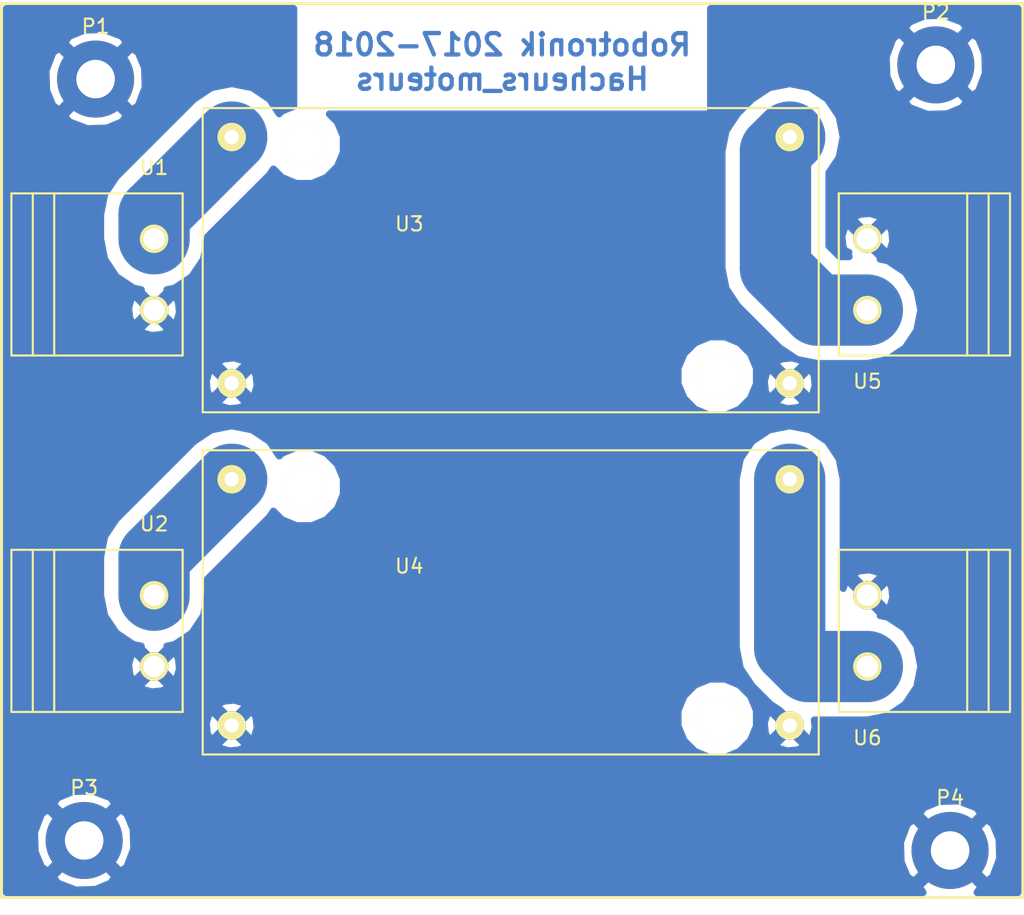
<source format=kicad_pcb>
(kicad_pcb (version 4) (host pcbnew 4.0.2+dfsg1-stable)

  (general
    (links 15)
    (no_connects 0)
    (area 116.199999 93.175 188.208334 158.375)
    (thickness 1.6)
    (drawings 5)
    (tracks 11)
    (zones 0)
    (modules 10)
    (nets 6)
  )

  (page A4)
  (layers
    (0 F.Cu signal)
    (31 B.Cu signal)
    (32 B.Adhes user)
    (33 F.Adhes user)
    (34 B.Paste user)
    (35 F.Paste user)
    (36 B.SilkS user)
    (37 F.SilkS user)
    (38 B.Mask user)
    (39 F.Mask user)
    (40 Dwgs.User user)
    (41 Cmts.User user)
    (42 Eco1.User user)
    (43 Eco2.User user)
    (44 Edge.Cuts user)
    (45 Margin user)
    (46 B.CrtYd user)
    (47 F.CrtYd user)
    (48 B.Fab user)
    (49 F.Fab user)
  )

  (setup
    (last_trace_width 5)
    (trace_clearance 0.5)
    (zone_clearance 1)
    (zone_45_only no)
    (trace_min 0.2)
    (segment_width 0.2)
    (edge_width 0.15)
    (via_size 0.6)
    (via_drill 0.4)
    (via_min_size 0.4)
    (via_min_drill 0.3)
    (uvia_size 0.3)
    (uvia_drill 0.1)
    (uvias_allowed no)
    (uvia_min_size 0.2)
    (uvia_min_drill 0.1)
    (pcb_text_width 0.3)
    (pcb_text_size 1.5 1.5)
    (mod_edge_width 0.15)
    (mod_text_size 1 1)
    (mod_text_width 0.15)
    (pad_size 1.524 1.524)
    (pad_drill 0.762)
    (pad_to_mask_clearance 0.2)
    (aux_axis_origin 0 0)
    (visible_elements FFFFEF7F)
    (pcbplotparams
      (layerselection 0x00000_80000000)
      (usegerberextensions false)
      (excludeedgelayer true)
      (linewidth 0.100000)
      (plotframeref false)
      (viasonmask false)
      (mode 1)
      (useauxorigin false)
      (hpglpennumber 1)
      (hpglpenspeed 20)
      (hpglpendiameter 15)
      (hpglpenoverlay 2)
      (psnegative false)
      (psa4output false)
      (plotreference true)
      (plotvalue true)
      (plotinvisibletext false)
      (padsonsilk false)
      (subtractmaskfromsilk false)
      (outputformat 4)
      (mirror false)
      (drillshape 2)
      (scaleselection 1)
      (outputdirectory ""))
  )

  (net 0 "")
  (net 1 "Net-(U1-Pad1)")
  (net 2 GND)
  (net 3 "Net-(U2-Pad1)")
  (net 4 "Net-(U3-Pad4)")
  (net 5 "Net-(U4-Pad4)")

  (net_class Default "This is the default net class."
    (clearance 0.5)
    (trace_width 5)
    (via_dia 0.6)
    (via_drill 0.4)
    (uvia_dia 0.3)
    (uvia_drill 0.1)
    (add_net GND)
    (add_net "Net-(U1-Pad1)")
    (add_net "Net-(U2-Pad1)")
    (add_net "Net-(U3-Pad4)")
    (add_net "Net-(U4-Pad4)")
  )

  (module "dsn2596:B plug 5mm" (layer F.Cu) (tedit 57092EFC) (tstamp 5A78C491)
    (at 127 113)
    (path /5A78C36F)
    (fp_text reference U1 (at 0 -7.5) (layer F.SilkS)
      (effects (font (size 1 1) (thickness 0.15)))
    )
    (fp_text value B_Plug_5mm (at 0 -9.5) (layer F.Fab)
      (effects (font (size 1 1) (thickness 0.15)))
    )
    (fp_line (start -8.5 -5.685) (end -8.5 5.685) (layer F.SilkS) (width 0.15))
    (fp_line (start -7 -5.685) (end -7 5.685) (layer F.SilkS) (width 0.15))
    (fp_line (start -10 5.685) (end 0 5.685) (layer F.SilkS) (width 0.15))
    (fp_line (start -10 -5.685) (end -10 5.685) (layer F.SilkS) (width 0.15))
    (fp_line (start 0 -5.685) (end -10 -5.685) (layer F.SilkS) (width 0.15))
    (fp_line (start 2 5.685) (end 0 5.685) (layer F.SilkS) (width 0.15))
    (fp_line (start 2 -5.685) (end 2 5.685) (layer F.SilkS) (width 0.15))
    (fp_line (start 0 -5.685) (end 2 -5.685) (layer F.SilkS) (width 0.15))
    (fp_line (start 2 -5.685) (end 2 5.685) (layer F.SilkS) (width 0.15))
    (pad 1 thru_hole circle (at 0 -2.5) (size 2 2) (drill 1.5) (layers *.Cu *.Mask F.SilkS)
      (net 1 "Net-(U1-Pad1)"))
    (pad 2 thru_hole circle (at 0 2.5) (size 2 2) (drill 1.5) (layers *.Cu *.Mask F.SilkS)
      (net 2 GND))
  )

  (module "dsn2596:B plug 5mm" (layer F.Cu) (tedit 57092EFC) (tstamp 5A78C497)
    (at 127 138)
    (path /5A78C3BA)
    (fp_text reference U2 (at 0 -7.5) (layer F.SilkS)
      (effects (font (size 1 1) (thickness 0.15)))
    )
    (fp_text value B_Plug_5mm (at 0 -9.5) (layer F.Fab)
      (effects (font (size 1 1) (thickness 0.15)))
    )
    (fp_line (start -8.5 -5.685) (end -8.5 5.685) (layer F.SilkS) (width 0.15))
    (fp_line (start -7 -5.685) (end -7 5.685) (layer F.SilkS) (width 0.15))
    (fp_line (start -10 5.685) (end 0 5.685) (layer F.SilkS) (width 0.15))
    (fp_line (start -10 -5.685) (end -10 5.685) (layer F.SilkS) (width 0.15))
    (fp_line (start 0 -5.685) (end -10 -5.685) (layer F.SilkS) (width 0.15))
    (fp_line (start 2 5.685) (end 0 5.685) (layer F.SilkS) (width 0.15))
    (fp_line (start 2 -5.685) (end 2 5.685) (layer F.SilkS) (width 0.15))
    (fp_line (start 0 -5.685) (end 2 -5.685) (layer F.SilkS) (width 0.15))
    (fp_line (start 2 -5.685) (end 2 5.685) (layer F.SilkS) (width 0.15))
    (pad 1 thru_hole circle (at 0 -2.5) (size 2 2) (drill 1.5) (layers *.Cu *.Mask F.SilkS)
      (net 3 "Net-(U2-Pad1)"))
    (pad 2 thru_hole circle (at 0 2.5) (size 2 2) (drill 1.5) (layers *.Cu *.Mask F.SilkS)
      (net 2 GND))
  )

  (module dsn2596:DSN2596 (layer F.Cu) (tedit 5704CEDC) (tstamp 5A78C4A1)
    (at 152 112)
    (path /5A78C585)
    (fp_text reference U3 (at -7.112 -2.54) (layer F.SilkS)
      (effects (font (size 1 1) (thickness 0.15)))
    )
    (fp_text value DSN2596 (at -7.366 -5.08) (layer F.Fab)
      (effects (font (size 1 1) (thickness 0.15)))
    )
    (fp_line (start 21.59 10.668) (end -21.59 10.668) (layer F.SilkS) (width 0.15))
    (fp_line (start -21.59 -10.668) (end 21.59 -10.668) (layer F.SilkS) (width 0.15))
    (fp_line (start -7.62 0.508) (end -7.62 5.334) (layer B.Paste) (width 0.15))
    (fp_line (start -9.398 0.508) (end -9.398 5.334) (layer B.Paste) (width 0.15))
    (fp_line (start -5.842 0.508) (end -5.842 5.334) (layer B.Paste) (width 0.15))
    (fp_line (start -4.318 0.508) (end -4.318 5.334) (layer B.Paste) (width 0.15))
    (fp_line (start -10.922 0.508) (end -10.922 5.334) (layer B.Paste) (width 0.15))
    (fp_circle (center -17.018 1.016) (end -13.97 3.048) (layer B.Paste) (width 0.15))
    (fp_circle (center 17.78 -2.286) (end 20.066 0.254) (layer B.Paste) (width 0.15))
    (fp_line (start -3.048 0.508) (end -3.048 -8.128) (layer B.Paste) (width 0.15))
    (fp_line (start -3.048 -8.128) (end -11.938 -8.128) (layer B.Paste) (width 0.15))
    (fp_line (start -11.938 -8.128) (end -11.938 0.254) (layer B.Paste) (width 0.15))
    (fp_line (start -11.938 0.254) (end -11.938 0.508) (layer B.Paste) (width 0.15))
    (fp_line (start -11.938 0.508) (end -3.048 0.508) (layer B.Paste) (width 0.15))
    (fp_line (start -1.27 -4.318) (end -1.27 9.144) (layer B.Paste) (width 0.15))
    (fp_line (start -1.27 9.144) (end 12.446 9.144) (layer B.Paste) (width 0.15))
    (fp_line (start 12.446 9.144) (end 12.446 -4.318) (layer B.Paste) (width 0.15))
    (fp_line (start 12.446 -4.318) (end -1.27 -4.318) (layer B.Paste) (width 0.15))
    (fp_line (start 13.462 -5.842) (end 2.032 -5.842) (layer B.Paste) (width 0.15))
    (fp_line (start 2.032 -5.842) (end 2.032 -9.652) (layer B.Paste) (width 0.15))
    (fp_line (start 2.032 -9.652) (end 13.462 -9.652) (layer B.Paste) (width 0.15))
    (fp_line (start 13.462 -9.652) (end 13.462 -5.842) (layer B.Paste) (width 0.15))
    (fp_line (start 21.59 -10.668) (end 21.59 10.668) (layer F.SilkS) (width 0.15))
    (fp_line (start -21.59 10.668) (end -21.59 -10.668) (layer F.SilkS) (width 0.15))
    (pad 1 thru_hole circle (at -19.558 -8.636) (size 2 2) (drill 1) (layers *.Cu *.Mask F.SilkS)
      (net 1 "Net-(U1-Pad1)"))
    (pad 4 thru_hole circle (at 19.558 -8.636) (size 2 2) (drill 1) (layers *.Cu *.Mask F.SilkS)
      (net 4 "Net-(U3-Pad4)"))
    (pad 3 thru_hole circle (at 19.558 8.636) (size 2 2) (drill 1) (layers *.Cu *.Mask F.SilkS)
      (net 2 GND))
    (pad 2 thru_hole circle (at -19.558 8.636) (size 2 2) (drill 1) (layers *.Cu *.Mask F.SilkS)
      (net 2 GND))
    (pad "" np_thru_hole circle (at 14.478 8.128) (size 3 3) (drill 3) (layers *.Cu *.Mask F.SilkS))
    (pad "" np_thru_hole circle (at -14.478 -8.128) (size 3 3) (drill 3) (layers *.Cu *.Mask F.SilkS))
  )

  (module dsn2596:DSN2596 (layer F.Cu) (tedit 5704CEDC) (tstamp 5A78C4AB)
    (at 152 136)
    (path /5A78C5BC)
    (fp_text reference U4 (at -7.112 -2.54) (layer F.SilkS)
      (effects (font (size 1 1) (thickness 0.15)))
    )
    (fp_text value DSN2596 (at -7.366 -5.08) (layer F.Fab)
      (effects (font (size 1 1) (thickness 0.15)))
    )
    (fp_line (start 21.59 10.668) (end -21.59 10.668) (layer F.SilkS) (width 0.15))
    (fp_line (start -21.59 -10.668) (end 21.59 -10.668) (layer F.SilkS) (width 0.15))
    (fp_line (start -7.62 0.508) (end -7.62 5.334) (layer B.Paste) (width 0.15))
    (fp_line (start -9.398 0.508) (end -9.398 5.334) (layer B.Paste) (width 0.15))
    (fp_line (start -5.842 0.508) (end -5.842 5.334) (layer B.Paste) (width 0.15))
    (fp_line (start -4.318 0.508) (end -4.318 5.334) (layer B.Paste) (width 0.15))
    (fp_line (start -10.922 0.508) (end -10.922 5.334) (layer B.Paste) (width 0.15))
    (fp_circle (center -17.018 1.016) (end -13.97 3.048) (layer B.Paste) (width 0.15))
    (fp_circle (center 17.78 -2.286) (end 20.066 0.254) (layer B.Paste) (width 0.15))
    (fp_line (start -3.048 0.508) (end -3.048 -8.128) (layer B.Paste) (width 0.15))
    (fp_line (start -3.048 -8.128) (end -11.938 -8.128) (layer B.Paste) (width 0.15))
    (fp_line (start -11.938 -8.128) (end -11.938 0.254) (layer B.Paste) (width 0.15))
    (fp_line (start -11.938 0.254) (end -11.938 0.508) (layer B.Paste) (width 0.15))
    (fp_line (start -11.938 0.508) (end -3.048 0.508) (layer B.Paste) (width 0.15))
    (fp_line (start -1.27 -4.318) (end -1.27 9.144) (layer B.Paste) (width 0.15))
    (fp_line (start -1.27 9.144) (end 12.446 9.144) (layer B.Paste) (width 0.15))
    (fp_line (start 12.446 9.144) (end 12.446 -4.318) (layer B.Paste) (width 0.15))
    (fp_line (start 12.446 -4.318) (end -1.27 -4.318) (layer B.Paste) (width 0.15))
    (fp_line (start 13.462 -5.842) (end 2.032 -5.842) (layer B.Paste) (width 0.15))
    (fp_line (start 2.032 -5.842) (end 2.032 -9.652) (layer B.Paste) (width 0.15))
    (fp_line (start 2.032 -9.652) (end 13.462 -9.652) (layer B.Paste) (width 0.15))
    (fp_line (start 13.462 -9.652) (end 13.462 -5.842) (layer B.Paste) (width 0.15))
    (fp_line (start 21.59 -10.668) (end 21.59 10.668) (layer F.SilkS) (width 0.15))
    (fp_line (start -21.59 10.668) (end -21.59 -10.668) (layer F.SilkS) (width 0.15))
    (pad 1 thru_hole circle (at -19.558 -8.636) (size 2 2) (drill 1) (layers *.Cu *.Mask F.SilkS)
      (net 3 "Net-(U2-Pad1)"))
    (pad 4 thru_hole circle (at 19.558 -8.636) (size 2 2) (drill 1) (layers *.Cu *.Mask F.SilkS)
      (net 5 "Net-(U4-Pad4)"))
    (pad 3 thru_hole circle (at 19.558 8.636) (size 2 2) (drill 1) (layers *.Cu *.Mask F.SilkS)
      (net 2 GND))
    (pad 2 thru_hole circle (at -19.558 8.636) (size 2 2) (drill 1) (layers *.Cu *.Mask F.SilkS)
      (net 2 GND))
    (pad "" np_thru_hole circle (at 14.478 8.128) (size 3 3) (drill 3) (layers *.Cu *.Mask F.SilkS))
    (pad "" np_thru_hole circle (at -14.478 -8.128) (size 3 3) (drill 3) (layers *.Cu *.Mask F.SilkS))
  )

  (module "dsn2596:B plug 5mm" (layer F.Cu) (tedit 57092EFC) (tstamp 5A78C4B1)
    (at 177 113 180)
    (path /5A78C465)
    (fp_text reference U5 (at 0 -7.5 180) (layer F.SilkS)
      (effects (font (size 1 1) (thickness 0.15)))
    )
    (fp_text value B_Plug_5mm (at 0 -9.5 180) (layer F.Fab)
      (effects (font (size 1 1) (thickness 0.15)))
    )
    (fp_line (start -8.5 -5.685) (end -8.5 5.685) (layer F.SilkS) (width 0.15))
    (fp_line (start -7 -5.685) (end -7 5.685) (layer F.SilkS) (width 0.15))
    (fp_line (start -10 5.685) (end 0 5.685) (layer F.SilkS) (width 0.15))
    (fp_line (start -10 -5.685) (end -10 5.685) (layer F.SilkS) (width 0.15))
    (fp_line (start 0 -5.685) (end -10 -5.685) (layer F.SilkS) (width 0.15))
    (fp_line (start 2 5.685) (end 0 5.685) (layer F.SilkS) (width 0.15))
    (fp_line (start 2 -5.685) (end 2 5.685) (layer F.SilkS) (width 0.15))
    (fp_line (start 0 -5.685) (end 2 -5.685) (layer F.SilkS) (width 0.15))
    (fp_line (start 2 -5.685) (end 2 5.685) (layer F.SilkS) (width 0.15))
    (pad 1 thru_hole circle (at 0 -2.5 180) (size 2 2) (drill 1.5) (layers *.Cu *.Mask F.SilkS)
      (net 4 "Net-(U3-Pad4)"))
    (pad 2 thru_hole circle (at 0 2.5 180) (size 2 2) (drill 1.5) (layers *.Cu *.Mask F.SilkS)
      (net 2 GND))
  )

  (module "dsn2596:B plug 5mm" (layer F.Cu) (tedit 57092EFC) (tstamp 5A78C4B7)
    (at 177 138 180)
    (path /5A78C4FC)
    (fp_text reference U6 (at 0 -7.5 180) (layer F.SilkS)
      (effects (font (size 1 1) (thickness 0.15)))
    )
    (fp_text value B_Plug_5mm (at 0 -9.5 180) (layer F.Fab)
      (effects (font (size 1 1) (thickness 0.15)))
    )
    (fp_line (start -8.5 -5.685) (end -8.5 5.685) (layer F.SilkS) (width 0.15))
    (fp_line (start -7 -5.685) (end -7 5.685) (layer F.SilkS) (width 0.15))
    (fp_line (start -10 5.685) (end 0 5.685) (layer F.SilkS) (width 0.15))
    (fp_line (start -10 -5.685) (end -10 5.685) (layer F.SilkS) (width 0.15))
    (fp_line (start 0 -5.685) (end -10 -5.685) (layer F.SilkS) (width 0.15))
    (fp_line (start 2 5.685) (end 0 5.685) (layer F.SilkS) (width 0.15))
    (fp_line (start 2 -5.685) (end 2 5.685) (layer F.SilkS) (width 0.15))
    (fp_line (start 0 -5.685) (end 2 -5.685) (layer F.SilkS) (width 0.15))
    (fp_line (start 2 -5.685) (end 2 5.685) (layer F.SilkS) (width 0.15))
    (pad 1 thru_hole circle (at 0 -2.5 180) (size 2 2) (drill 1.5) (layers *.Cu *.Mask F.SilkS)
      (net 5 "Net-(U4-Pad4)"))
    (pad 2 thru_hole circle (at 0 2.5 180) (size 2 2) (drill 1.5) (layers *.Cu *.Mask F.SilkS)
      (net 2 GND))
  )

  (module Mounting_Holes:MountingHole_2.7mm_Pad (layer F.Cu) (tedit 56D1B4CB) (tstamp 5A78C995)
    (at 122.9 99.3)
    (descr "Mounting Hole 2.7mm")
    (tags "mounting hole 2.7mm")
    (path /5A78CB06)
    (fp_text reference P1 (at 0 -3.7) (layer F.SilkS)
      (effects (font (size 1 1) (thickness 0.15)))
    )
    (fp_text value CONN_01X01 (at 0 3.7) (layer F.Fab)
      (effects (font (size 1 1) (thickness 0.15)))
    )
    (fp_circle (center 0 0) (end 2.7 0) (layer Cmts.User) (width 0.15))
    (fp_circle (center 0 0) (end 2.95 0) (layer F.CrtYd) (width 0.05))
    (pad 1 thru_hole circle (at 0 0) (size 5.4 5.4) (drill 2.7) (layers *.Cu *.Mask)
      (net 2 GND))
  )

  (module Mounting_Holes:MountingHole_2.7mm_Pad (layer F.Cu) (tedit 56D1B4CB) (tstamp 5A78C999)
    (at 181.8 98.3)
    (descr "Mounting Hole 2.7mm")
    (tags "mounting hole 2.7mm")
    (path /5A78CC14)
    (fp_text reference P2 (at 0 -3.7) (layer F.SilkS)
      (effects (font (size 1 1) (thickness 0.15)))
    )
    (fp_text value CONN_01X01 (at 0 3.7) (layer F.Fab)
      (effects (font (size 1 1) (thickness 0.15)))
    )
    (fp_circle (center 0 0) (end 2.7 0) (layer Cmts.User) (width 0.15))
    (fp_circle (center 0 0) (end 2.95 0) (layer F.CrtYd) (width 0.05))
    (pad 1 thru_hole circle (at 0 0) (size 5.4 5.4) (drill 2.7) (layers *.Cu *.Mask)
      (net 2 GND))
  )

  (module Mounting_Holes:MountingHole_2.7mm_Pad (layer F.Cu) (tedit 56D1B4CB) (tstamp 5A78C99D)
    (at 122.1 152.7)
    (descr "Mounting Hole 2.7mm")
    (tags "mounting hole 2.7mm")
    (path /5A78CBEF)
    (fp_text reference P3 (at 0 -3.7) (layer F.SilkS)
      (effects (font (size 1 1) (thickness 0.15)))
    )
    (fp_text value CONN_01X01 (at 0 3.7) (layer F.Fab)
      (effects (font (size 1 1) (thickness 0.15)))
    )
    (fp_circle (center 0 0) (end 2.7 0) (layer Cmts.User) (width 0.15))
    (fp_circle (center 0 0) (end 2.95 0) (layer F.CrtYd) (width 0.05))
    (pad 1 thru_hole circle (at 0 0) (size 5.4 5.4) (drill 2.7) (layers *.Cu *.Mask)
      (net 2 GND))
  )

  (module Mounting_Holes:MountingHole_2.7mm_Pad (layer F.Cu) (tedit 56D1B4CB) (tstamp 5A78C9A1)
    (at 182.8 153.4)
    (descr "Mounting Hole 2.7mm")
    (tags "mounting hole 2.7mm")
    (path /5A78CC93)
    (fp_text reference P4 (at 0 -3.7) (layer F.SilkS)
      (effects (font (size 1 1) (thickness 0.15)))
    )
    (fp_text value CONN_01X01 (at 0 3.7) (layer F.Fab)
      (effects (font (size 1 1) (thickness 0.15)))
    )
    (fp_circle (center 0 0) (end 2.7 0) (layer Cmts.User) (width 0.15))
    (fp_circle (center 0 0) (end 2.95 0) (layer F.CrtYd) (width 0.05))
    (pad 1 thru_hole circle (at 0 0) (size 5.4 5.4) (drill 2.7) (layers *.Cu *.Mask)
      (net 2 GND))
  )

  (gr_text "Robotronik 2017-2018\nHacheurs_moteurs" (at 151.4 98.1) (layer B.Cu)
    (effects (font (size 1.5 1.5) (thickness 0.3)) (justify mirror))
  )
  (gr_line (start 187.9 94) (end 187.9 156.7) (angle 90) (layer F.SilkS) (width 0.2))
  (gr_line (start 116.3 94) (end 187.9 94) (angle 90) (layer F.SilkS) (width 0.2))
  (gr_line (start 116.3 156.7) (end 116.3 94) (angle 90) (layer F.SilkS) (width 0.2))
  (gr_line (start 187.9 156.7) (end 116.3 156.7) (angle 90) (layer F.SilkS) (width 0.2))

  (segment (start 127 110.5) (end 127 108.806) (width 5) (layer B.Cu) (net 1))
  (segment (start 127 108.806) (end 132.442 103.364) (width 5) (layer B.Cu) (net 1) (tstamp 5A78C7FE))
  (segment (start 127 135.5) (end 127 132.806) (width 5) (layer B.Cu) (net 3))
  (segment (start 127 132.806) (end 132.442 127.364) (width 5) (layer B.Cu) (net 3))
  (segment (start 170.558001 112.558001) (end 173.5 115.5) (width 5) (layer B.Cu) (net 4))
  (segment (start 173.5 115.5) (end 177 115.5) (width 5) (layer B.Cu) (net 4))
  (segment (start 171.558 103.364) (end 170.558001 104.363999) (width 5) (layer B.Cu) (net 4))
  (segment (start 170.558001 104.363999) (end 170.558001 112.558001) (width 5) (layer B.Cu) (net 4))
  (segment (start 171.558 139.193999) (end 172.864001 140.5) (width 5) (layer B.Cu) (net 5))
  (segment (start 172.864001 140.5) (end 177 140.5) (width 5) (layer B.Cu) (net 5))
  (segment (start 171.558 127.364) (end 171.558 139.193999) (width 5) (layer B.Cu) (net 5))

  (zone (net 2) (net_name GND) (layer B.Cu) (tstamp 0) (hatch edge 0.508)
    (connect_pads (clearance 1))
    (min_thickness 0.5)
    (fill yes (arc_segments 16) (thermal_gap 0.508) (thermal_bridge_width 1))
    (polygon
      (pts
        (xy 116.4 156.6) (xy 187.8 156.6) (xy 187.8 94.1) (xy 116.4 94.1)
      )
    )
    (filled_polygon
      (pts
        (xy 136.785716 101.200722) (xy 135.966285 101.539304) (xy 135.774276 101.730979) (xy 135.09365 100.71235) (xy 133.877062 99.899452)
        (xy 132.442 99.614001) (xy 131.006937 99.899452) (xy 129.790349 100.71235) (xy 124.34835 106.15435) (xy 123.535452 107.370937)
        (xy 123.25 108.806) (xy 123.25 110.5) (xy 123.535452 111.935063) (xy 124.34835 113.15165) (xy 125.564937 113.964548)
        (xy 126.104038 114.071782) (xy 126.057196 114.203643) (xy 127 115.146447) (xy 127.942804 114.203643) (xy 127.895962 114.071782)
        (xy 128.435063 113.964548) (xy 129.65165 113.15165) (xy 130.464548 111.935063) (xy 130.75 110.5) (xy 130.75 110.3593)
        (xy 135.09365 106.015651) (xy 135.367333 105.606055) (xy 135.962216 106.201977) (xy 136.972591 106.621522) (xy 138.066609 106.622477)
        (xy 139.077715 106.204696) (xy 139.851977 105.431784) (xy 140.271522 104.421409) (xy 140.271572 104.363999) (xy 166.808001 104.363999)
        (xy 166.808001 112.558001) (xy 167.013563 113.591431) (xy 167.093453 113.993064) (xy 167.906351 115.209651) (xy 170.84835 118.151651)
        (xy 171.477874 118.572285) (xy 172.032637 118.942966) (xy 171.729254 118.851759) (xy 171.033419 118.92204) (xy 170.716982 119.053112)
        (xy 170.615196 119.339643) (xy 171.558 120.282447) (xy 172.500804 119.339643) (xy 172.399018 119.053112) (xy 172.181646 118.987763)
        (xy 173.5 119.25) (xy 177 119.25) (xy 178.435063 118.964548) (xy 179.65165 118.15165) (xy 180.464548 116.935063)
        (xy 180.75 115.5) (xy 180.464548 114.064937) (xy 179.65165 112.84835) (xy 178.435063 112.035452) (xy 177.895962 111.928218)
        (xy 177.942804 111.796357) (xy 177 110.853553) (xy 176.985858 110.867696) (xy 176.632305 110.514143) (xy 176.646447 110.5)
        (xy 177.353553 110.5) (xy 178.296357 111.442804) (xy 178.582888 111.341018) (xy 178.784241 110.671254) (xy 178.71396 109.975419)
        (xy 178.582888 109.658982) (xy 178.296357 109.557196) (xy 177.353553 110.5) (xy 176.646447 110.5) (xy 175.703643 109.557196)
        (xy 175.417112 109.658982) (xy 175.215759 110.328746) (xy 175.28604 111.024581) (xy 175.417112 111.341018) (xy 175.703641 111.442803)
        (xy 175.559238 111.587206) (xy 175.722032 111.75) (xy 175.053301 111.75) (xy 174.308001 111.004701) (xy 174.308001 109.203643)
        (xy 176.057196 109.203643) (xy 177 110.146447) (xy 177.942804 109.203643) (xy 177.841018 108.917112) (xy 177.171254 108.715759)
        (xy 176.475419 108.78604) (xy 176.158982 108.917112) (xy 176.057196 109.203643) (xy 174.308001 109.203643) (xy 174.308001 105.868458)
        (xy 175.022548 104.799063) (xy 175.307999 103.364) (xy 175.022548 101.928937) (xy 174.287745 100.829226) (xy 179.624327 100.829226)
        (xy 179.935089 101.292155) (xy 181.222095 101.778061) (xy 182.597082 101.734464) (xy 183.664911 101.292155) (xy 183.975673 100.829226)
        (xy 181.8 98.653553) (xy 179.624327 100.829226) (xy 174.287745 100.829226) (xy 174.20965 100.71235) (xy 172.993063 99.899452)
        (xy 171.558 99.614001) (xy 170.122937 99.899452) (xy 168.906349 100.71235) (xy 167.906351 101.712349) (xy 167.093453 102.928936)
        (xy 166.808001 104.363999) (xy 140.271572 104.363999) (xy 140.272477 103.327391) (xy 139.854696 102.316285) (xy 139.289398 101.75)
        (xy 166.014285 101.75) (xy 166.014285 97.722095) (xy 178.321939 97.722095) (xy 178.365536 99.097082) (xy 178.807845 100.164911)
        (xy 179.270774 100.475673) (xy 181.446447 98.3) (xy 182.153553 98.3) (xy 184.329226 100.475673) (xy 184.792155 100.164911)
        (xy 185.278061 98.877905) (xy 185.234464 97.502918) (xy 184.792155 96.435089) (xy 184.329226 96.124327) (xy 182.153553 98.3)
        (xy 181.446447 98.3) (xy 179.270774 96.124327) (xy 178.807845 96.435089) (xy 178.321939 97.722095) (xy 166.014285 97.722095)
        (xy 166.014285 95.770774) (xy 179.624327 95.770774) (xy 181.8 97.946447) (xy 183.975673 95.770774) (xy 183.664911 95.307845)
        (xy 182.377905 94.821939) (xy 181.002918 94.865536) (xy 179.935089 95.307845) (xy 179.624327 95.770774) (xy 166.014285 95.770774)
        (xy 166.014285 94.35) (xy 187.55 94.35) (xy 187.55 156.35) (xy 184.693209 156.35) (xy 184.975673 155.929226)
        (xy 182.8 153.753553) (xy 180.624327 155.929226) (xy 180.906791 156.35) (xy 116.65 156.35) (xy 116.65 155.229226)
        (xy 119.924327 155.229226) (xy 120.235089 155.692155) (xy 121.522095 156.178061) (xy 122.897082 156.134464) (xy 123.964911 155.692155)
        (xy 124.275673 155.229226) (xy 122.1 153.053553) (xy 119.924327 155.229226) (xy 116.65 155.229226) (xy 116.65 152.122095)
        (xy 118.621939 152.122095) (xy 118.665536 153.497082) (xy 119.107845 154.564911) (xy 119.570774 154.875673) (xy 121.746447 152.7)
        (xy 122.453553 152.7) (xy 124.629226 154.875673) (xy 125.092155 154.564911) (xy 125.578061 153.277905) (xy 125.563609 152.822095)
        (xy 179.321939 152.822095) (xy 179.365536 154.197082) (xy 179.807845 155.264911) (xy 180.270774 155.575673) (xy 182.446447 153.4)
        (xy 183.153553 153.4) (xy 185.329226 155.575673) (xy 185.792155 155.264911) (xy 186.278061 153.977905) (xy 186.234464 152.602918)
        (xy 185.792155 151.535089) (xy 185.329226 151.224327) (xy 183.153553 153.4) (xy 182.446447 153.4) (xy 180.270774 151.224327)
        (xy 179.807845 151.535089) (xy 179.321939 152.822095) (xy 125.563609 152.822095) (xy 125.534464 151.902918) (xy 125.106937 150.870774)
        (xy 180.624327 150.870774) (xy 182.8 153.046447) (xy 184.975673 150.870774) (xy 184.664911 150.407845) (xy 183.377905 149.921939)
        (xy 182.002918 149.965536) (xy 180.935089 150.407845) (xy 180.624327 150.870774) (xy 125.106937 150.870774) (xy 125.092155 150.835089)
        (xy 124.629226 150.524327) (xy 122.453553 152.7) (xy 121.746447 152.7) (xy 119.570774 150.524327) (xy 119.107845 150.835089)
        (xy 118.621939 152.122095) (xy 116.65 152.122095) (xy 116.65 150.170774) (xy 119.924327 150.170774) (xy 122.1 152.346447)
        (xy 124.275673 150.170774) (xy 123.964911 149.707845) (xy 122.677905 149.221939) (xy 121.302918 149.265536) (xy 120.235089 149.707845)
        (xy 119.924327 150.170774) (xy 116.65 150.170774) (xy 116.65 145.932357) (xy 131.499196 145.932357) (xy 131.600982 146.218888)
        (xy 132.270746 146.420241) (xy 132.966581 146.34996) (xy 133.283018 146.218888) (xy 133.384804 145.932357) (xy 132.442 144.989553)
        (xy 131.499196 145.932357) (xy 116.65 145.932357) (xy 116.65 144.464746) (xy 130.657759 144.464746) (xy 130.72804 145.160581)
        (xy 130.859112 145.477018) (xy 131.145643 145.578804) (xy 132.088447 144.636) (xy 132.795553 144.636) (xy 133.738357 145.578804)
        (xy 134.024888 145.477018) (xy 134.226241 144.807254) (xy 134.212642 144.672609) (xy 163.727523 144.672609) (xy 164.145304 145.683715)
        (xy 164.918216 146.457977) (xy 165.928591 146.877522) (xy 167.022609 146.878477) (xy 168.033715 146.460696) (xy 168.562976 145.932357)
        (xy 170.615196 145.932357) (xy 170.716982 146.218888) (xy 171.386746 146.420241) (xy 172.082581 146.34996) (xy 172.399018 146.218888)
        (xy 172.500804 145.932357) (xy 171.558 144.989553) (xy 170.615196 145.932357) (xy 168.562976 145.932357) (xy 168.807977 145.687784)
        (xy 169.227522 144.677409) (xy 169.227707 144.464746) (xy 169.773759 144.464746) (xy 169.84404 145.160581) (xy 169.975112 145.477018)
        (xy 170.261643 145.578804) (xy 171.204447 144.636) (xy 170.261643 143.693196) (xy 169.975112 143.794982) (xy 169.773759 144.464746)
        (xy 169.227707 144.464746) (xy 169.228477 143.583391) (xy 168.810696 142.572285) (xy 168.037784 141.798023) (xy 167.027409 141.378478)
        (xy 165.933391 141.377523) (xy 164.922285 141.795304) (xy 164.148023 142.568216) (xy 163.728478 143.578591) (xy 163.727523 144.672609)
        (xy 134.212642 144.672609) (xy 134.15596 144.111419) (xy 134.024888 143.794982) (xy 133.738357 143.693196) (xy 132.795553 144.636)
        (xy 132.088447 144.636) (xy 131.145643 143.693196) (xy 130.859112 143.794982) (xy 130.657759 144.464746) (xy 116.65 144.464746)
        (xy 116.65 143.339643) (xy 131.499196 143.339643) (xy 132.442 144.282447) (xy 133.384804 143.339643) (xy 133.283018 143.053112)
        (xy 132.613254 142.851759) (xy 131.917419 142.92204) (xy 131.600982 143.053112) (xy 131.499196 143.339643) (xy 116.65 143.339643)
        (xy 116.65 141.796357) (xy 126.057196 141.796357) (xy 126.158982 142.082888) (xy 126.828746 142.284241) (xy 127.524581 142.21396)
        (xy 127.841018 142.082888) (xy 127.942804 141.796357) (xy 127 140.853553) (xy 126.057196 141.796357) (xy 116.65 141.796357)
        (xy 116.65 140.328746) (xy 125.215759 140.328746) (xy 125.28604 141.024581) (xy 125.417112 141.341018) (xy 125.703643 141.442804)
        (xy 126.646447 140.5) (xy 127.353553 140.5) (xy 128.296357 141.442804) (xy 128.582888 141.341018) (xy 128.784241 140.671254)
        (xy 128.71396 139.975419) (xy 128.582888 139.658982) (xy 128.296357 139.557196) (xy 127.353553 140.5) (xy 126.646447 140.5)
        (xy 125.703643 139.557196) (xy 125.417112 139.658982) (xy 125.215759 140.328746) (xy 116.65 140.328746) (xy 116.65 132.806)
        (xy 123.25 132.806) (xy 123.25 135.5) (xy 123.535452 136.935063) (xy 124.34835 138.15165) (xy 125.564937 138.964548)
        (xy 126.104038 139.071782) (xy 126.057196 139.203643) (xy 127 140.146447) (xy 127.942804 139.203643) (xy 127.895962 139.071782)
        (xy 128.435063 138.964548) (xy 129.65165 138.15165) (xy 130.464548 136.935063) (xy 130.75 135.5) (xy 130.75 134.3593)
        (xy 135.09365 130.015651) (xy 135.367333 129.606055) (xy 135.962216 130.201977) (xy 136.972591 130.621522) (xy 138.066609 130.622477)
        (xy 139.077715 130.204696) (xy 139.851977 129.431784) (xy 140.271522 128.421409) (xy 140.272445 127.364) (xy 167.808 127.364)
        (xy 167.808 139.193999) (xy 168.06778 140.5) (xy 168.093452 140.629062) (xy 168.90635 141.845649) (xy 170.21235 143.15165)
        (xy 170.859846 143.584293) (xy 171.558 144.282447) (xy 171.572143 144.268305) (xy 171.925696 144.621858) (xy 171.911553 144.636)
        (xy 172.854357 145.578804) (xy 173.140888 145.477018) (xy 173.342241 144.807254) (xy 173.285957 144.25) (xy 177 144.25)
        (xy 178.435063 143.964548) (xy 179.65165 143.15165) (xy 180.464548 141.935063) (xy 180.75 140.5) (xy 180.464548 139.064937)
        (xy 179.65165 137.84835) (xy 178.435063 137.035452) (xy 177.895962 136.928218) (xy 177.942804 136.796357) (xy 177 135.853553)
        (xy 176.985858 135.867696) (xy 176.632305 135.514143) (xy 176.646447 135.5) (xy 177.353553 135.5) (xy 178.296357 136.442804)
        (xy 178.582888 136.341018) (xy 178.784241 135.671254) (xy 178.71396 134.975419) (xy 178.582888 134.658982) (xy 178.296357 134.557196)
        (xy 177.353553 135.5) (xy 176.646447 135.5) (xy 175.703643 134.557196) (xy 175.417112 134.658982) (xy 175.308 135.021923)
        (xy 175.308 134.203643) (xy 176.057196 134.203643) (xy 177 135.146447) (xy 177.942804 134.203643) (xy 177.841018 133.917112)
        (xy 177.171254 133.715759) (xy 176.475419 133.78604) (xy 176.158982 133.917112) (xy 176.057196 134.203643) (xy 175.308 134.203643)
        (xy 175.308 127.364) (xy 175.022548 125.928937) (xy 174.20965 124.71235) (xy 172.993063 123.899452) (xy 171.558 123.614)
        (xy 170.122937 123.899452) (xy 168.90635 124.71235) (xy 168.093452 125.928937) (xy 167.808 127.364) (xy 140.272445 127.364)
        (xy 140.272477 127.327391) (xy 139.854696 126.316285) (xy 139.081784 125.542023) (xy 138.071409 125.122478) (xy 136.977391 125.121523)
        (xy 135.966285 125.539304) (xy 135.774276 125.730979) (xy 135.09365 124.71235) (xy 133.877062 123.899452) (xy 132.442 123.614001)
        (xy 131.006937 123.899452) (xy 129.790349 124.71235) (xy 124.34835 130.15435) (xy 123.535452 131.370937) (xy 123.25 132.806)
        (xy 116.65 132.806) (xy 116.65 121.932357) (xy 131.499196 121.932357) (xy 131.600982 122.218888) (xy 132.270746 122.420241)
        (xy 132.966581 122.34996) (xy 133.283018 122.218888) (xy 133.384804 121.932357) (xy 132.442 120.989553) (xy 131.499196 121.932357)
        (xy 116.65 121.932357) (xy 116.65 120.464746) (xy 130.657759 120.464746) (xy 130.72804 121.160581) (xy 130.859112 121.477018)
        (xy 131.145643 121.578804) (xy 132.088447 120.636) (xy 132.795553 120.636) (xy 133.738357 121.578804) (xy 134.024888 121.477018)
        (xy 134.226241 120.807254) (xy 134.212642 120.672609) (xy 163.727523 120.672609) (xy 164.145304 121.683715) (xy 164.918216 122.457977)
        (xy 165.928591 122.877522) (xy 167.022609 122.878477) (xy 168.033715 122.460696) (xy 168.562976 121.932357) (xy 170.615196 121.932357)
        (xy 170.716982 122.218888) (xy 171.386746 122.420241) (xy 172.082581 122.34996) (xy 172.399018 122.218888) (xy 172.500804 121.932357)
        (xy 171.558 120.989553) (xy 170.615196 121.932357) (xy 168.562976 121.932357) (xy 168.807977 121.687784) (xy 169.227522 120.677409)
        (xy 169.227707 120.464746) (xy 169.773759 120.464746) (xy 169.84404 121.160581) (xy 169.975112 121.477018) (xy 170.261643 121.578804)
        (xy 171.204447 120.636) (xy 171.911553 120.636) (xy 172.854357 121.578804) (xy 173.140888 121.477018) (xy 173.342241 120.807254)
        (xy 173.27196 120.111419) (xy 173.140888 119.794982) (xy 172.854357 119.693196) (xy 171.911553 120.636) (xy 171.204447 120.636)
        (xy 170.261643 119.693196) (xy 169.975112 119.794982) (xy 169.773759 120.464746) (xy 169.227707 120.464746) (xy 169.228477 119.583391)
        (xy 168.810696 118.572285) (xy 168.037784 117.798023) (xy 167.027409 117.378478) (xy 165.933391 117.377523) (xy 164.922285 117.795304)
        (xy 164.148023 118.568216) (xy 163.728478 119.578591) (xy 163.727523 120.672609) (xy 134.212642 120.672609) (xy 134.15596 120.111419)
        (xy 134.024888 119.794982) (xy 133.738357 119.693196) (xy 132.795553 120.636) (xy 132.088447 120.636) (xy 131.145643 119.693196)
        (xy 130.859112 119.794982) (xy 130.657759 120.464746) (xy 116.65 120.464746) (xy 116.65 119.339643) (xy 131.499196 119.339643)
        (xy 132.442 120.282447) (xy 133.384804 119.339643) (xy 133.283018 119.053112) (xy 132.613254 118.851759) (xy 131.917419 118.92204)
        (xy 131.600982 119.053112) (xy 131.499196 119.339643) (xy 116.65 119.339643) (xy 116.65 116.796357) (xy 126.057196 116.796357)
        (xy 126.158982 117.082888) (xy 126.828746 117.284241) (xy 127.524581 117.21396) (xy 127.841018 117.082888) (xy 127.942804 116.796357)
        (xy 127 115.853553) (xy 126.057196 116.796357) (xy 116.65 116.796357) (xy 116.65 115.328746) (xy 125.215759 115.328746)
        (xy 125.28604 116.024581) (xy 125.417112 116.341018) (xy 125.703643 116.442804) (xy 126.646447 115.5) (xy 127.353553 115.5)
        (xy 128.296357 116.442804) (xy 128.582888 116.341018) (xy 128.784241 115.671254) (xy 128.71396 114.975419) (xy 128.582888 114.658982)
        (xy 128.296357 114.557196) (xy 127.353553 115.5) (xy 126.646447 115.5) (xy 125.703643 114.557196) (xy 125.417112 114.658982)
        (xy 125.215759 115.328746) (xy 116.65 115.328746) (xy 116.65 101.829226) (xy 120.724327 101.829226) (xy 121.035089 102.292155)
        (xy 122.322095 102.778061) (xy 123.697082 102.734464) (xy 124.764911 102.292155) (xy 125.075673 101.829226) (xy 122.9 99.653553)
        (xy 120.724327 101.829226) (xy 116.65 101.829226) (xy 116.65 98.722095) (xy 119.421939 98.722095) (xy 119.465536 100.097082)
        (xy 119.907845 101.164911) (xy 120.370774 101.475673) (xy 122.546447 99.3) (xy 123.253553 99.3) (xy 125.429226 101.475673)
        (xy 125.892155 101.164911) (xy 126.378061 99.877905) (xy 126.334464 98.502918) (xy 125.892155 97.435089) (xy 125.429226 97.124327)
        (xy 123.253553 99.3) (xy 122.546447 99.3) (xy 120.370774 97.124327) (xy 119.907845 97.435089) (xy 119.421939 98.722095)
        (xy 116.65 98.722095) (xy 116.65 96.770774) (xy 120.724327 96.770774) (xy 122.9 98.946447) (xy 125.075673 96.770774)
        (xy 124.764911 96.307845) (xy 123.477905 95.821939) (xy 122.102918 95.865536) (xy 121.035089 96.307845) (xy 120.724327 96.770774)
        (xy 116.65 96.770774) (xy 116.65 94.35) (xy 136.785716 94.35)
      )
    )
  )
)

</source>
